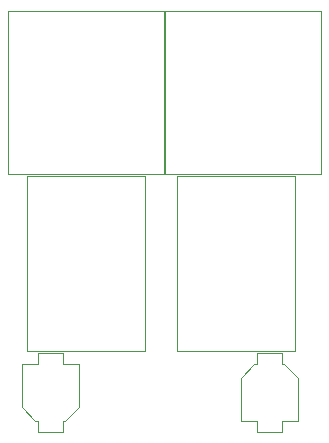
<source format=gbr>
G04 #@! TF.GenerationSoftware,KiCad,Pcbnew,(5.0.1)-4*
G04 #@! TF.CreationDate,2019-03-05T01:38:52-06:00*
G04 #@! TF.ProjectId,util_LFO,7574696C5F4C464F2E6B696361645F70,rev?*
G04 #@! TF.SameCoordinates,Original*
G04 #@! TF.FileFunction,Other,User*
%FSLAX46Y46*%
G04 Gerber Fmt 4.6, Leading zero omitted, Abs format (unit mm)*
G04 Created by KiCad (PCBNEW (5.0.1)-4) date 3/5/2019 1:38:52*
%MOMM*%
%LPD*%
G01*
G04 APERTURE LIST*
%ADD10C,0.050000*%
G04 APERTURE END LIST*
D10*
G04 #@! TO.C,RV11*
X82290000Y-59105000D02*
X82290000Y-72905000D01*
X95590000Y-59105000D02*
X82290000Y-59105000D01*
X95590000Y-72905000D02*
X95590000Y-59105000D01*
X82290000Y-72905000D02*
X95590000Y-72905000D01*
G04 #@! TO.C,C4*
X83452000Y-89040000D02*
X84802000Y-89040000D01*
X84802000Y-89040000D02*
X84802000Y-88090000D01*
X84802000Y-88090000D02*
X86902000Y-88090000D01*
X86902000Y-88090000D02*
X86902000Y-89040000D01*
X86902000Y-89040000D02*
X88252000Y-89040000D01*
X88252000Y-92690000D02*
X88252000Y-89040000D01*
X83452000Y-92690000D02*
X83452000Y-89040000D01*
X87102000Y-93840000D02*
X88252000Y-92690000D01*
X84602000Y-93840000D02*
X83452000Y-92690000D01*
X84602000Y-93840000D02*
X84802000Y-93840000D01*
X86902000Y-93840000D02*
X87102000Y-93840000D01*
X84802000Y-93840000D02*
X84802000Y-94790000D01*
X84802000Y-94790000D02*
X86902000Y-94790000D01*
X86902000Y-94790000D02*
X86902000Y-93840000D01*
G04 #@! TO.C,C5*
X103344000Y-88090000D02*
X103344000Y-89040000D01*
X105444000Y-88090000D02*
X103344000Y-88090000D01*
X105444000Y-89040000D02*
X105444000Y-88090000D01*
X103344000Y-89040000D02*
X103144000Y-89040000D01*
X105644000Y-89040000D02*
X105444000Y-89040000D01*
X105644000Y-89040000D02*
X106794000Y-90190000D01*
X103144000Y-89040000D02*
X101994000Y-90190000D01*
X106794000Y-90190000D02*
X106794000Y-93840000D01*
X101994000Y-90190000D02*
X101994000Y-93840000D01*
X103344000Y-93840000D02*
X101994000Y-93840000D01*
X103344000Y-94790000D02*
X103344000Y-93840000D01*
X105444000Y-94790000D02*
X103344000Y-94790000D01*
X105444000Y-93840000D02*
X105444000Y-94790000D01*
X106794000Y-93840000D02*
X105444000Y-93840000D01*
G04 #@! TO.C,J1*
X96600000Y-87926000D02*
X96600000Y-73096000D01*
X106600000Y-87926000D02*
X106600000Y-73096000D01*
X106600000Y-87926000D02*
X96600000Y-87926000D01*
X106600000Y-73096000D02*
X96600000Y-73096000D01*
G04 #@! TO.C,J2*
X93900000Y-73096000D02*
X83900000Y-73096000D01*
X93900000Y-87926000D02*
X83900000Y-87926000D01*
X93900000Y-87926000D02*
X93900000Y-73096000D01*
X83900000Y-87926000D02*
X83900000Y-73096000D01*
G04 #@! TO.C,RV10*
X95498000Y-72905000D02*
X108798000Y-72905000D01*
X108798000Y-72905000D02*
X108798000Y-59105000D01*
X108798000Y-59105000D02*
X95498000Y-59105000D01*
X95498000Y-59105000D02*
X95498000Y-72905000D01*
G04 #@! TD*
M02*

</source>
